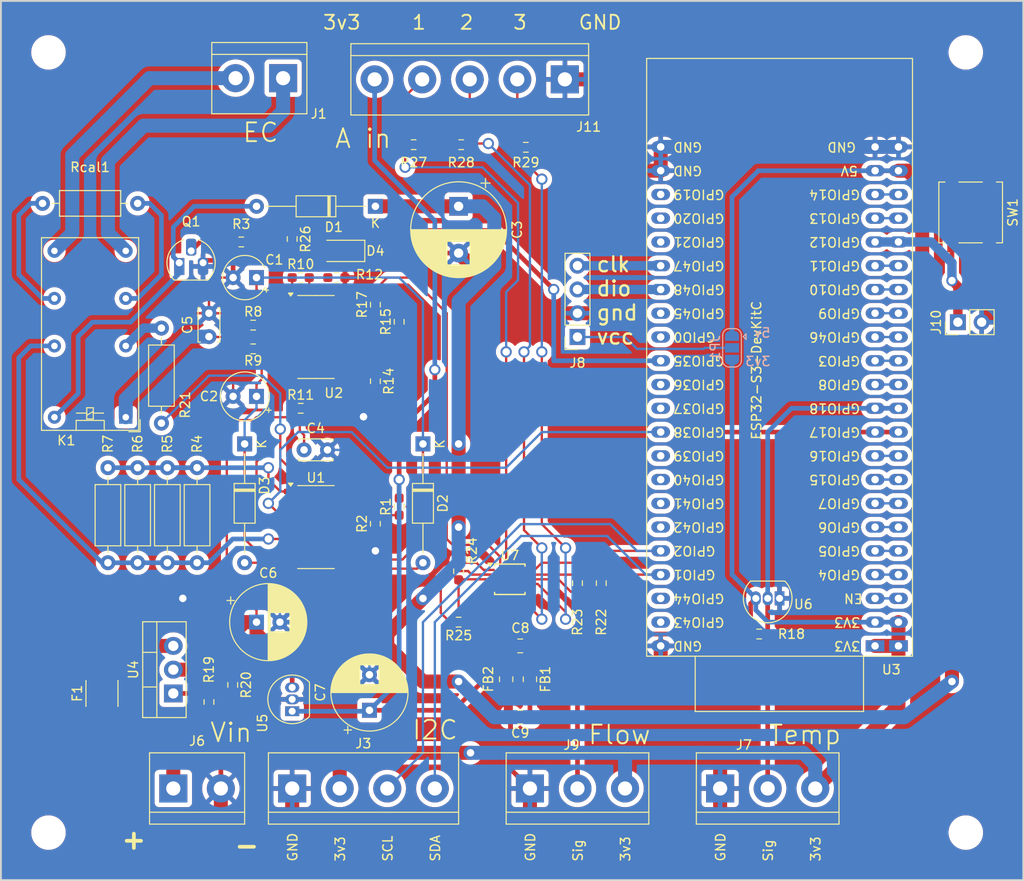
<source format=kicad_pcb>
(kicad_pcb
	(version 20240108)
	(generator "pcbnew")
	(generator_version "8.0")
	(general
		(thickness 1.6)
		(legacy_teardrops no)
	)
	(paper "A4")
	(layers
		(0 "F.Cu" signal)
		(31 "B.Cu" signal)
		(32 "B.Adhes" user "B.Adhesive")
		(33 "F.Adhes" user "F.Adhesive")
		(34 "B.Paste" user)
		(35 "F.Paste" user)
		(36 "B.SilkS" user "B.Silkscreen")
		(37 "F.SilkS" user "F.Silkscreen")
		(38 "B.Mask" user)
		(39 "F.Mask" user)
		(40 "Dwgs.User" user "User.Drawings")
		(41 "Cmts.User" user "User.Comments")
		(42 "Eco1.User" user "User.Eco1")
		(43 "Eco2.User" user "User.Eco2")
		(44 "Edge.Cuts" user)
		(45 "Margin" user)
		(46 "B.CrtYd" user "B.Courtyard")
		(47 "F.CrtYd" user "F.Courtyard")
		(48 "B.Fab" user)
		(49 "F.Fab" user)
		(50 "User.1" user)
		(51 "User.2" user)
		(52 "User.3" user)
		(53 "User.4" user)
		(54 "User.5" user)
		(55 "User.6" user)
		(56 "User.7" user)
		(57 "User.8" user)
		(58 "User.9" user)
	)
	(setup
		(pad_to_mask_clearance 0)
		(allow_soldermask_bridges_in_footprints no)
		(pcbplotparams
			(layerselection 0x00010fc_ffffffff)
			(plot_on_all_layers_selection 0x0000000_00000000)
			(disableapertmacros no)
			(usegerberextensions yes)
			(usegerberattributes no)
			(usegerberadvancedattributes no)
			(creategerberjobfile no)
			(dashed_line_dash_ratio 12.000000)
			(dashed_line_gap_ratio 3.000000)
			(svgprecision 4)
			(plotframeref no)
			(viasonmask no)
			(mode 1)
			(useauxorigin no)
			(hpglpennumber 1)
			(hpglpenspeed 20)
			(hpglpendiameter 15.000000)
			(pdf_front_fp_property_popups yes)
			(pdf_back_fp_property_popups yes)
			(dxfpolygonmode yes)
			(dxfimperialunits yes)
			(dxfusepcbnewfont yes)
			(psnegative no)
			(psa4output no)
			(plotreference yes)
			(plotvalue no)
			(plotfptext yes)
			(plotinvisibletext no)
			(sketchpadsonfab no)
			(subtractmaskfromsilk yes)
			(outputformat 1)
			(mirror no)
			(drillshape 0)
			(scaleselection 1)
			(outputdirectory "gerbers/")
		)
	)
	(net 0 "")
	(net 1 "Net-(U1A--)")
	(net 2 "Net-(U1D-+)")
	(net 3 "Net-(D2-K)")
	(net 4 "GND")
	(net 5 "Net-(D3-K)")
	(net 6 "+5V")
	(net 7 "3v3_reg")
	(net 8 "Net-(D1-A)")
	(net 9 "Net-(D2-A)")
	(net 10 "Net-(D3-A)")
	(net 11 "Net-(J6-Pin_1)")
	(net 12 "Net-(U4-VI)")
	(net 13 "Net-(J1-Pin_2)")
	(net 14 "Net-(J1-Pin_1)")
	(net 15 "SDA")
	(net 16 "SCL")
	(net 17 "1Wire_Data")
	(net 18 "disp_clk")
	(net 19 "disp_dio")
	(net 20 "Flow")
	(net 21 "/conductivity_sensor/ec_out")
	(net 22 "Net-(U7-GND)")
	(net 23 "Net-(U7-VDD)")
	(net 24 "Net-(U7-ADDR)")
	(net 25 "Net-(U7-ALERT{slash}RDY)")
	(net 26 "Ain3")
	(net 27 "Net-(K1-Pad6)")
	(net 28 "Net-(K1-Pad4)")
	(net 29 "Net-(K1-Pad11)")
	(net 30 "Net-(Q1-B)")
	(net 31 "ec_relay")
	(net 32 "Net-(U2C-+)")
	(net 33 "Net-(U2A--)")
	(net 34 "Net-(U2C--)")
	(net 35 "Net-(U2B--)")
	(net 36 "Net-(U2D-+)")
	(net 37 "Net-(U2D--)")
	(net 38 "+3V3")
	(net 39 "Net-(U4-ADJ)")
	(net 40 "ec_freq")
	(net 41 "unconnected-(U3-GPIO14{slash}ADC2_CH3-Pad20)")
	(net 42 "unconnected-(U3-GPIO40{slash}MTDO-Pad37)")
	(net 43 "unconnected-(U3-GPIO4{slash}ADC1_CH3-Pad4)")
	(net 44 "unconnected-(U3-GPIO20{slash}USB_D+-Pad26)")
	(net 45 "unconnected-(U3-GPIO9{slash}ADC1_CH8-Pad15)")
	(net 46 "unconnected-(U3-GPIO11{slash}ADC2_CH0-Pad17)")
	(net 47 "unconnected-(U3-GPIO21-Pad27)")
	(net 48 "unconnected-(U3-GPIO0-Pad31)")
	(net 49 "unconnected-(U3-GPIO39{slash}MTCK-Pad36)")
	(net 50 "unconnected-(U3-GPIO44{slash}U0RXD-Pad42)")
	(net 51 "unconnected-(U3-GPIO10{slash}ADC1_CH9-Pad16)")
	(net 52 "unconnected-(U3-CHIP_PU-Pad3)")
	(net 53 "unconnected-(U3-GPIO36-Pad33)")
	(net 54 "unconnected-(U3-GPIO45-Pad30)")
	(net 55 "unconnected-(U3-GPIO15{slash}ADC2_CH4{slash}32K_P-Pad8)")
	(net 56 "unconnected-(U3-GPIO41{slash}MTDI-Pad38)")
	(net 57 "unconnected-(U3-GPIO19{slash}USB_D--Pad25)")
	(net 58 "unconnected-(U3-GPIO42{slash}MTMS-Pad39)")
	(net 59 "unconnected-(U3-GPIO43{slash}U0TXD-Pad43)")
	(net 60 "unconnected-(U3-GPIO13{slash}ADC2_CH2-Pad19)")
	(net 61 "unconnected-(U3-GPIO46-Pad14)")
	(net 62 "unconnected-(U3-GPIO16{slash}ADC2_CH5{slash}32K_N-Pad9)")
	(net 63 "unconnected-(U3-GPIO37-Pad34)")
	(net 64 "unconnected-(U3-GPIO8{slash}ADC1_CH7-Pad12)")
	(net 65 "unconnected-(U3-GPIO7{slash}ADC1_CH6-Pad7)")
	(net 66 "unconnected-(U3-GPIO3{slash}ADC1_CH2-Pad13)")
	(net 67 "Net-(U1D--)")
	(net 68 "Net-(U1B-+)")
	(net 69 "Ain1")
	(net 70 "Ain2")
	(net 71 "unconnected-(U3-GPIO5{slash}ADC1_CH4-Pad5)")
	(net 72 "unconnected-(U3-GPIO6{slash}ADC1_CH5-Pad6)")
	(net 73 "Net-(D4-A)")
	(net 74 "Net-(J10-Pin_1)")
	(net 75 "Net-(J8-Pin_1)")
	(footprint "LED_SMD:LED_1206_3216Metric_Pad1.42x1.75mm_HandSolder" (layer "F.Cu") (at 92.2925 57.198674 180))
	(footprint "Resistor_SMD:R_0603_1608Metric_Pad0.98x0.95mm_HandSolder" (layer "F.Cu") (at 91.7175 60.053674))
	(footprint "Resistor_SMD:R_0603_1608Metric_Pad0.98x0.95mm_HandSolder" (layer "F.Cu") (at 78.105 105.416174 -90))
	(footprint "Package_SO:TSSOP-10_3x3mm_P0.5mm" (layer "F.Cu") (at 110.245 92.303674))
	(footprint "Capacitor_THT:C_Disc_D3.4mm_W2.1mm_P2.50mm" (layer "F.Cu") (at 78.105 66.363674 90))
	(footprint "Resistor_SMD:R_0603_1608Metric_Pad0.98x0.95mm_HandSolder" (layer "F.Cu") (at 95.885 86.366174 90))
	(footprint "Connector_PinSocket_2.54mm:PinSocket_1x04_P2.54mm_Vertical" (layer "F.Cu") (at 117.475 66.403674 180))
	(footprint "Relay_THT:Relay_DPDT_Omron_G5V-2" (layer "F.Cu") (at 69.215 74.978674 180))
	(footprint "Resistor_THT:R_Axial_DIN0207_L6.3mm_D2.5mm_P10.16mm_Horizontal" (layer "F.Cu") (at 67.31 80.373674 -90))
	(footprint "Resistor_SMD:R_0603_1608Metric_Pad0.98x0.95mm_HandSolder" (layer "F.Cu") (at 81.5575 56.243674 180))
	(footprint "Resistor_SMD:R_0603_1608Metric_Pad0.98x0.95mm_HandSolder" (layer "F.Cu") (at 87.9075 74.023674))
	(footprint "TerminalBlock:TerminalBlock_bornier-2_P5.08mm" (layer "F.Cu") (at 86.026 38.735 180))
	(footprint "Capacitor_THT:CP_Radial_D8.0mm_P2.50mm" (layer "F.Cu") (at 83.185 96.883674))
	(footprint "Capacitor_THT:C_Disc_D3.4mm_W2.1mm_P2.50mm" (layer "F.Cu") (at 88.265 78.468674))
	(footprint "Button_Switch_SMD:SW_SPST_B3SL-1002P" (layer "F.Cu") (at 159.48 53.088674 -90))
	(footprint "MountingHole:MountingHole_3.2mm_M3" (layer "F.Cu") (at 60.96 119.38))
	(footprint "TerminalBlock:TerminalBlock_bornier-4_P5.08mm" (layer "F.Cu") (at 86.995 114.663674))
	(footprint "Resistor_SMD:R_0603_1608Metric_Pad0.98x0.95mm_HandSolder" (layer "F.Cu") (at 136.8825 98.153674))
	(footprint "Resistor_SMD:R_0603_1608Metric_Pad0.98x0.95mm_HandSolder" (layer "F.Cu") (at 111.9575 46.1245))
	(footprint "Resistor_THT:R_Axial_DIN0207_L6.3mm_D2.5mm_P10.16mm_Horizontal" (layer "F.Cu") (at 70.485 52.118674 180))
	(footprint "TerminalBlock:TerminalBlock_bornier-2_P5.08mm" (layer "F.Cu") (at 74.295 114.663674))
	(footprint "TerminalBlock:TerminalBlock_bornier-3_P5.08mm" (layer "F.Cu") (at 132.715 114.663674))
	(footprint "Resistor_SMD:R_0603_1608Metric_Pad0.98x0.95mm_HandSolder" (layer "F.Cu") (at 98.425 64.776174 90))
	(footprint "Package_SO:SOIC-14_3.9x8.7mm_P1.27mm" (layer "F.Cu") (at 89.535 86.723674))
	(footprint "Capacitor_THT:CP_Radial_Tantal_D4.5mm_P2.50mm" (layer "F.Cu") (at 83.185 60.053674 180))
	(footprint "Capacitor_THT:CP_Radial_Tantal_D5.0mm_P2.50mm" (layer "F.Cu") (at 83.185 72.753674 180))
	(footprint "Capacitor_THT:CP_Radial_D10.0mm_P5.00mm"
		(layer "F.Cu")
		(uuid "5e87fd5f-8290-45f5-99a1-3b7d4a71bc61")
		(at 104.775 52.433674 -90)
		(descr "CP, Radial series, Radial, pin pitch=5.00mm, , diameter=10mm, Electrolytic Capacitor")
		(tags "CP Radial series Radial pin pitch 5.00mm  diameter 10mm Electrolytic Capacitor")
		(property "Reference" "C3"
			(at 2.5 -6.25 90)
			(layer "F.SilkS")
			(uuid "b08fe1fd-108c-4c4e-96a6-47cfe39a1a78")
			(effects
				(font
					(size 1 1)
					(thickness 0.15)
				)
			)
		)
		(property "Value" "100uF"
			(at 2.5 6.25 90)
			(layer "F.Fab")
			(uuid "3cf72d03-2d02-4215-9d96-4ff421cbadc0")
			(effects
				(font
					(size 1 1)
					(thickness 0.15)
				)
			)
		)
		(property "Footprint" "Capacitor_THT:CP_Radial_D10.0mm_P5.00mm"
			(at 0 0 -90)
			(unlocked yes)
			(layer "F.Fab")
			(hide yes)
			(uuid "36dae664-c505-4a6e-86c8-c2d25bf77175")
			(effects
				(font
					(size 1.27 1.27)
					(thickness 0.15)
				)
			)
		)
		(property "Datasheet" ""
			(at 0 0 -90)
			(unlocked yes)
			(layer "F.Fab")
			(hide yes)
			(uuid "a68ca02e-1843-408f-99aa-b16de7e9869e")
			(effects
				(font
					(size 1.27 1.27)
					(thickness 0.15)
				)
			)
		)
		(property "Description" ""
			(at 0 0 -90)
			(unlocked yes)
			(layer "F.Fab")
			(hide yes)
			(uuid "6dd67de1-d2f3-475e-812a-9d3268d046be")
			(effects
				(font
					(size 1.27 1.27)
					(thickness 0.15)
				)
			)
		)
		(property ki_fp_filters "CP_*")
		(path "/7a00f13c-a700-45ca-9974-48b050769647/139c664e-e569-4c76-894c-99826d4d2dff")
		(sheetname "conductivity_sensor")
		(sheetfile "conductivity_sensor.kicad_sch")
		(attr through_hole)
		(fp_line
			(start 3.781 1.241)
			(end 3.781 4.918)
			(stroke
				(width 0.12)
				(type solid)
			)
			(layer "F.SilkS")
			(uuid "3fa920bd-3367-49da-8c5e-b404a96a539f")
		)
		(fp_line
			(start 3.821 1.241)
			(end 3.821 4.907)
			(stroke
				(width 0.12)
				(type solid)
			)
			(layer "F.SilkS")
			(uuid "ed41889d-ce95-4d2b-856d-feebd4073396")
		)
		(fp_line
			(start 3.861 1.241)
			(end 3.861 4.897)
			(stroke
				(width 0.12)
				(type solid)
			)
			(layer "F.SilkS")
			(uuid "7aabdf84-3f7f-4d3f-af9e-91c345611cae")
		)
		(fp_line
			(start 3.901 1.241)
			(end 3.901 4.885)
			(stroke
				(width 0.12)
				(type solid)
			)
			(layer "F.SilkS")
			(uuid "20c19ac2-f68c-40b4-aa6b-c3206fb59837")
		)
		(fp_line
			(start 3.941 1.241)
			(end 3.941 4.874)
			(stroke
				(width 0.12)
				(type solid)
			)
			(layer "F.SilkS")
			(uuid "6d989778-d4ff-4d9b-b8d1-555dab4bb8f6")
		)
		(fp_line
			(start 3.981 1.241)
			(end 3.981 4.862)
			(stroke
				(width 0.12)
				(type solid)
			)
			(layer "F.SilkS")
			(uuid "2ba087f7-7658-476f-8458-d004b05c4d7c")
		)
		(fp_line
			(start 4.021 1.241)
			(end 4.021 4.85)
			(stroke
				(width 0.12)
				(type solid)
			)
			(layer "F.SilkS")
			(uuid "a7f71249-7ae6-4573-8fa6-c8d30649c07e")
		)
		(fp_line
			(start 4.061 1.241)
			(end 4.061 4.837)
			(stroke
				(width 0.12)
				(type solid)
			)
			(layer "F.SilkS")
			(uuid "155b6d5c-a8e9-44e8-9594-ca4a7eaba637")
		)
		(fp_line
			(start 4.101 1.241)
			(end 4.101 4.824)
			(stroke
				(width 0.12)
				(type solid)
			)
			(layer "F.SilkS")
			(uuid "b90e5ac9-b921-4588-a2c8-5e24c48b76b1")
		)
		(fp_line
			(start 4.141 1.241)
			(end 4.141 4.811)
			(stroke
				(width 0.12)
				(type solid)
			)
			(layer "F.SilkS")
			(uuid "c557654b-1f9b-4fa2-8f0a-6355b5f45e82")
		)
		(fp_line
			(start 4.181 1.241)
			(end 4.181 4.797)
			(stroke
				(width 0.12)
				(type solid)
			)
			(layer "F.SilkS")
			(uuid "d0f1b9f1-172e-4d36-bf31-934e79fc41fa")
		)
		(fp_line
			(start 4.221 1.241)
			(end 4.221 4.783)
			(stroke
				(width 0.12)
				(type solid)
			)
			(layer "F.SilkS")
			(uuid "e7979c1b-9736-4d77-ba9a-c615d1e9d67d")
		)
		(fp_line
			(start 4.261 1.241)
			(end 4.261 4.768)
			(stroke
				(width 0.12)
				(type solid)
			)
			(layer "F.SilkS")
			(uuid "9e25a7dc-aa74-40f6-a41f-2f0fcf7985f4")
		)
		(fp_line
			(start 4.301 1.241)
			(end 4.301 4.754)
			(stroke
				(width 0.12)
				(type solid)
			)
			(layer "F.SilkS")
			(uuid "0ec50e79-f814-4d79-9b50-a5037dfecea9")
		)
		(fp_line
			(start 4.341 1.241)
			(end 4.341 4.738)
			(stroke
				(width 0.12)
				(type solid)
			)
			(layer "F.SilkS")
			(uuid "48fe8267-4fa4-4893-8338-5aaa95230222")
		)
		(fp_line
			(start 4.381 1.241)
			(end 4.381 4.723)
			(stroke
				(width 0.12)
				(type solid)
			)
			(layer "F.SilkS")
			(uuid "79d2343a-ea70-4c15-a985-09832f3e54ee")
		)
		(fp_line
			(start 4.421 1.241)
			(end 4.421 4.707)
			(stroke
				(width 0.12)
				(type solid)
			)
			(layer "F.SilkS")
			(uuid "893a1621-102a-4c27-8d2a-2a821cce62f7")
		)
		(fp_line
			(start 4.461 1.241)
			(end 4.461 4.69)
			(stroke
				(width 0.12)
				(type solid)
			)
			(layer "F.SilkS")
			(uuid "c6054f83-b149-4157-bee8-5a681789906a")
		)
		(fp_line
			(start 4.501 1.241)
			(end 4.501 4.674)
			(stroke
				(width 0.12)
				(type solid)
			)
			(layer "F.SilkS")
			(uuid "7e96407f-74fa-4416-bdc8-baf46bda4e0c")
		)
		(fp_line
			(start 4.541 1.241)
			(end 4.541 4.657)
			(stroke
				(width 0.12)
				(type solid)
			)
			(layer "F.SilkS")
			(uuid "109702f7-56e1-44da-8153-d8f9bddc7dfc")
		)
		(fp_line
			(start 4.581 1.241)
			(end 4.581 4.639)
			(stroke
				(width 0.12)
				(type solid)
			)
			(layer "F.SilkS")
			(uuid "e199cc55-0fde-4613-ae06-04d4b83cfb70")
		)
		(fp_line
			(start 4.621 1.241)
			(end 4.621 4.621)
			(stroke
				(width 0.12)
				(type solid)
			)
			(layer "F.SilkS")
			(uuid "4fab1d0c-c940-473b-a109-622f29686f02")
		)
		(fp_line
			(start 4.661 1.241)
			(end 4.661 4.603)
			(stroke
				(width 0.12)
				(type solid)
			)
			(layer "F.SilkS")
			(uuid "9236b8d4-48c9-4bee-a851-5fea0f8e1aa7")
		)
		(fp_line
			(start 4.701 1.241)
			(end 4.701 4.584)
			(stroke
				(width 0.12)
				(type solid)
			)
			(layer "F.SilkS")
			(uuid "e852fd0a-c28c-4891-8c0e-ac0ef601372a")
		)
		(fp_line
			(start 4.741 1.241)
			(end 4.741 4.564)
			(stroke
				(width 0.12)
				(type solid)
			)
			(layer "F.SilkS")
			(uuid "183d6078-fb76-4f0b-bf05-c988365806af")
		)
		(fp_line
			(start 4.781 1.241)
			(end 4.781 4.545)
			(stroke
				(width 0.12)
				(type solid)
			)
			(layer "F.SilkS")
			(uuid "73e97a75-7d96-4d56-bf23-ee5b9f826270")
		)
		(fp_line
			(start 4.821 1.241)
			(end 4.821 4.525)
			(stroke
				(width 0.12)
				(type solid)
			)
			(layer "F.SilkS")
			(uuid "ba3de179-7356-4453-8b81-ba10a1352a3e")
		)
		(fp_line
			(start 4.861 1.241)
			(end 4.861 4.504)
			(stroke
				(width 0.12)
				(type solid)
			)
			(layer "F.SilkS")
			(uuid "50e842ce-8d50-4246-9c16-a979c430168f")
		)
		(fp_line
			(start 4.901 1.241)
			(end 4.901 4.483)
			(stroke
				(width 0.12)
				(type solid)
			)
			(layer "F.SilkS")
			(uuid "ed69929c-46eb-4adf-9409-76e84b4a16e2")
		)
		(fp_line
			(start 4.941 1.241)
			(end 4.941 4.462)
			(stroke
				(width 0.12)
				(type solid)
			)
			(layer "F.SilkS")
			(uuid "a4b3f9a3-d076-48e8-9c28-0d5d55f38111")
		)
		(fp_line
			(start 4.981 1.241)
			(end 4.981 4.44)
			(stroke
				(width 0.12)
				(type solid)
			)
			(layer "F.SilkS")
			(uuid "6c062b91-4d25-4d9b-9f34-0482b8c02d09")
		)
		(fp_line
			(start 5.021 1.241)
			(end 5.021 4.417)
			(stroke
				(width 0.12)
				(type solid)
			)
			(layer "F.SilkS")
			(uuid "cf61aceb-4f0c-496c-8c2c-a39b61bc10a4")
		)
		(fp_line
			(start 5.061 1.241)
			(end 5.061 4.395)
			(stroke
				(width 0.12)
				(type solid)
			)
			(layer "F.SilkS")
			(uuid "b4989bc6-723e-4989-8800-47851c3c4615")
		)
		(fp_line
			(start 5.101 1.241)
			(end 5.101 4.371)
			(stroke
				(width 0.12)
				(type solid)
			)
			(layer "F.SilkS")
			(uuid "3ab154d7-2d23-4502-b39c-937188eb80ab")
		)
		(fp_line
			(start 5.141 1.241)
			(end 5.141 4.347)
			(stroke
				(width 0.12)
				(type solid)
			)
			(layer "F.SilkS")
			(uuid "eaa6ddb4-19b9-4970-a8db-a2cd1936e3cb")
		)
		(fp_line
			(start 5.181 1.241)
			(end 5.181 4.323)
			(stroke
				(width 0.12)
				(type solid)
			)
			(layer "F.SilkS")
			(uuid "10f73b04-b76f-4387-a886-fcbd6d6a112e")
		)
		(fp_line
			(start 5.221 1.241)
			(end 5.221 4.298)
			(stroke
				(width 0.12)
				(type solid)
			)
			(layer "F.SilkS")
			(uuid "4d21456f-a731-4e91-a927-80808324070a")
		)
		(fp_line
			(start 5.261 1.241)
			(end 5.261 4.273)
			(stroke
				(width 0.12)
				(type solid)
			)
			(layer "F.SilkS")
			(uuid "d6ee4086-53ce-491b-8dd5-d504780fcfd7")
		)
		(fp_line
			(start 5.301 1.241)
			(end 5.301 4.247)
			(stroke
				(width 0.12)
				(type solid)
			)
			(layer "F.SilkS")
			(uuid "d9450fe6-9dba-47f5-8498-8f1b52b94e8f")
		)
		(fp_line
			(start 5.341 1.241)
			(end 5.341 4.221)
			(stroke
				(width 0.12)
				(type solid)
			)
			(layer "F.SilkS")
			(uuid "835dbb93-9ef4-43e7-b110-d7be01b4bcfc")
		)
		(fp_line
			(start 5.381 1.241)
			(end 5.381 4.194)
			(stroke
				(width 0.12)
				(type solid)
			)
			(layer "F.SilkS")
			(uuid "b643661b-fdad-403e-924f-d0827a5c8b60")
		)
		(fp_line
			(start 5.421 1.241)
			(end 5.421 4.166)
			(stroke
				(width 0.12)
				(type solid)
			)
			(layer "F.SilkS")
			(uuid "a98b65cb-0e51-475c-ab1c-7e2a9bad12df")
		)
		(fp_line
			(start 5.461 1.241)
			(end 5.461 4.138)
			(stroke
				(width 0.12)
				(type solid)
			)
			(layer "F.SilkS")
			(uuid "4baaf534-d330-433a-bf90-6582de524ea5")
		)
		(fp_line
			(start 5.501 1.241)
			(end 5.501 4.11)
			(stroke
				(width 0.12)
				(type solid)
			)
			(layer "F.SilkS")
			(uuid "2bed1dfe-18f9-45e9-8c2e-084e4bf8edb0")
		)
		(fp_line
			(start 5.541 1.241)
			(end 5.541 4.08)
			(stroke
				(width 0.12)
				(type solid)
			)
			(layer "F.SilkS")
			(uuid "c20d8ccf-667e-4abb-9340-b196c1927af7")
		)
		(fp_line
			(start 5.581 1.241)
			(end 5.581 4.05)
			(stroke
				(width 0.12)
				(type solid)
			)
			(layer "F.SilkS")
			(uuid "7828f97f-f739-42ca-8848-f747b2f8f966")
		)
		(fp_line
			(start 5.621 1.241)
			(end 5.621 4.02)
			(stroke
				(width 0.12)
				(type solid)
			)
			(layer "F.SilkS")
			(uuid "323e3d46-5993-4797-8dbf-4dab8038a1ce")
		)
		(fp_line
			(start 5.661 1.241)
			(end 5.661 3.989)
			(stroke
				(width 0.12)
				(type solid)
			)
			(layer "F.SilkS")
			(uuid "a1b54528-1023-4032-bdd1-4ffc2ca97e77")
		)
		(fp_line
			(start 5.701 1.241)
			(end 5.701 3.957)
			(stroke
				(width 0.12)
				(type solid)
			)
			(layer "F.SilkS")
			(uuid "0f746be4-2ed4-4a2d-b856-27f37ade4baa")
		)
		(fp_line
			(start 5.741 1.241)
			(end 5.741 3.925)
			(stroke
				(width 0.12)
				(type solid)
			)
			(layer "F.SilkS")
			(uuid "82868b7c-7131-4a8c-9220-81b88c2f5eb6")
		)
		(fp_line
			(start 5.781 1.241)
			(end 5.781 3.892)
			(stroke
				(width 0.12)
				(type solid)
			)
			(layer "F.SilkS")
			(uuid "0f734b1a-7c9f-45e5-b1be-3fe03ef01092")
		)
		(fp_line
			(start 5.821 1.241)
			(end 5.821 3.858)
			(stroke
				(width 0.12)
				(type solid)
			)
			(layer "F.SilkS")
			(uuid "d0b4e8cd-6199-474e-b8b0-62c9234f77c6")
		)
		(fp_line
			(start 5.861 1.241)
			(end 5.861 3.824)
			(stroke
				(width 0.12)
				(type solid)
			)
			(layer "F.SilkS")
			(uuid "fcc9838d-c2d8-4659-bb83-9d3c4aa32959")
		)
		(fp_line
			(start 5.901 1.241)
			(end 5.901 3.789)
			(stroke
				(width 0.12)
				(type solid)
			)
			(layer "F.SilkS")
			(uuid "420580e3-f4d3-4201-b49c-f2d91bc18658")
		)
		(fp_line
			(start 5.941 1.241)
			(end 5.941 3.753)
			(stroke
				(width 0.12)
				(type solid)
			)
			(layer "F.SilkS")
			(uuid "116851d4-edac-407a-805e-ecc4ec7e4c55")
		)
		(fp_line
			(start 5.981 1.241)
			(end 5.981 3.716)
			(stroke
				(width 0.12)
				(type solid)
			)
			(layer "F.SilkS")
			(uuid "574ea941-d8c1-43ab-9c77-9ca9fc369358")
		)
		(fp_line
			(start 6.021 1.241)
			(end 6.021 3.679)
			(stroke
				(width 0.12)
				(type solid)
			)
			(layer "F.SilkS")
			(uuid "effafbaa-9200-4a9b-9ddb-29a02c68f3ce")
		)
		(fp_line
			(start 6.061 1.241)
			(end 6.061 3.64)
			(stroke
				(width 0.12)
				(type solid)
			)
			(layer "F.SilkS")
			(uuid "62653412-7c39-4735-90fd-3634ad2c3247")
		)
		(fp_line
			(start 6.101 1.241)
			(end 6.101 3.601)
			(stroke
				(width 0.12)
				(type solid)
			)
			(layer "F.SilkS")
			(uuid "80c6191e-1c98-4601-8ca1-8845e7291a27")
		)
		(fp_line
			(start 6.141 1.241)
			(end 6.141 3.561)
			(stroke
				(width 0.12)
				(type solid)
			)
			(layer "F.SilkS")
			(uuid "044b5cc8-ce14-487d-bb27-670fd0719291")
		)
		(fp_line
			(start 6.181 1.241)
			(end 6.181 3.52)
			(stroke
				(width 0.12)
				(type solid)
			)
			(layer "F.SilkS")
			(uuid "8ac3806a-a935-4d71-9697-aa60ffadc75d")
		)
		(fp_line
			(start 6.221 1.241)
			(end 6.221 3.478)
			(stroke
				(width 0.12)
				(type solid)
			)
			(layer "F.SilkS")
			(uuid "2ae4be64-e1e1-469e-b830-994c50d7aaa5")
		)
		(fp_line
			(start 7.581 -0.599)
			(end 7.581 0.599)
			(stroke
				(width 0.12)
				(type solid)
			)
			(layer "F.SilkS")
			(uuid "13de7ba6-6f90-4399-8b89-48c845de2d86")
		)
		(fp_line
			(start 7.541 -0.862)
			(end 7.541 0.862)
			(stroke
				(width 0.12)
				(type solid)
			)
			(layer "F.SilkS")
			(uuid "8ac94aa4-450b-46d1-a5cd-0d2cff71398e")
		)
		(fp_line
			(start 7.501 -1.062)
			(end 7.501 1.062)
			(stroke
				(width 0.12)
				(type solid)
			)
			(layer "F.SilkS")
			(uuid "8586421e-1105-4a31-9cd0-bea689aef41f")
		)
		(fp_line
			(start 7.461 -1.23)
			(end 7.461 1.23)
			(stroke
				(width 0.12)
				(type solid)
			)
			(layer "F.SilkS")
			(uuid "1883837d-dbfd-4e7c-9736-bc0877dc4e0f")
		)
		(fp_line
			(start 7.421 -1.378)
			(end 7.421 1.378)
			(stroke
				(width 0.12)
				(type solid)
			)
			(layer "F.SilkS")
			(uuid "753aadf3-ceab-4458-9a6c-ba217803ef0e")
		)
		(fp_line
			(start 7.381 -1.51)
			(end 7.381 1.51)
			(stroke
				(width 0.12)
				(type solid)
			)
			(layer "F.SilkS")
			(uuid "ad88a0cf-3d34-4679-bbb9-c25f2f59cb26")
		)
		(fp_line
			(start 7.341 -1.63)
			(end 7.341 1.63)
			(stroke
				(width 0.12)
				(type solid)
			)
			(layer "F.SilkS")
			(uuid "ff1b79b0-9338-4226-b036-8c9b437ae718")
		)
		(fp_line
			(start 7.301 -1.742)
			(end 7.301 1.742)
			(stroke
				(width 0.12)
				(type solid)
			)
			(layer "F.SilkS")
			(uuid "d3b3bd27-1f0b-4387-82ae-d203cadf626d")
		)
		(fp_line
			(start 7.261 -1.846)
			(end 7.261 1.846)
			(stroke
				(width 0.12)
				(type solid)
			)
			(layer "F.SilkS")
			(uuid "2b4809a4-1eeb-43d1-ad42-51e382a405ae")
		)
		(fp_line
			(start 7.221 -1.944)
			(end 7.221 1.944)
			(stroke
				(width 0.12)
				(type solid)
			)
			(layer "F.SilkS")
			(uuid "3c0dc8fd-6590-4a88-a12d-ff139cbf32ee")
		)
		(fp_line
			(start 7.181 -2.037)
			(end 7.181 2.037)
			(stroke
				(width 0.12)
				(type solid)
			)
			(layer "F.SilkS")
			(uuid "b14bab85-2fb6-43c5-b3c5-1f3b02ea921f")
		)
		(fp_line
			(start 7.141 -2.125)
			(end 7.141 2.125)
			(stroke
				(width 0.12)
				(type solid)
			)
			(layer "F.SilkS")
			(uuid "1caaaba8-fff5-49b5-a0ad-4cd2ae4c1a87")
		)
		(fp_line
			(start 7.101 -2.209)
			(end 7.101 2.209)
			(stroke
				(width 0.12)
				(type solid)
			)
			(layer "F.SilkS")
			(uuid "a2f144d9-640b-4f30-87a0-09963ead3dce")
		)
		(fp_line
			(start 7.061 -2.289)
			(end 7.061 2.289)
			(stroke
				(width 0.12)
				(type solid)
			)
			(layer "F.SilkS")
			(uuid "d8d3a219-6365-4a49-8060-07eda1b068d2")
		)
		(fp_line
			(start 7.021 -2.365)
			(end 7.021 2.365)
			(stroke
				(width 0.12)
				(type solid)
			)
			(layer "F.SilkS")
			(uuid "04504f57-6dde-4c6d-abe5-2a2ef34ea50e")
		)
		(fp_line
			(start 6.981 -2.439)
			(end 6.981 2.439)
			(stroke
				(width 0.12)
				(type solid)
			)
			(layer "F.SilkS")
			(uuid "552b9a24-416f-4f51-a428-5f97e0a69674")
		)
		(fp_line
			(start 6.941 -2.51)
			(end 6.941 2.51)
			(stroke
				(width 0.12)
				(type solid)
			)
			(layer "F.SilkS")
			(uuid "5a67e1da-3632-420e-9034-32176aab8fd3")
		)
		(fp_line
			(start 6.901 -2.579)
			(end 6.901 2.579)
			(stroke
				(width 0.12)
				(type solid)
			)
			(layer "F.SilkS")
			(uuid "72be052e-4c7a-4efb-9ff5-7569a21b1d27")
		)
		(fp_line
			(start 6.861 -2.645)
			(end 6.861 2.645)
			(stroke
				(width 0.12)
				(type solid)
			)
			(layer "F.SilkS")
			(uuid "671b6a27-0ca6-4839-9653-a65d3e5f6cb6")
		)
		(fp_line
			(start 6.821 -2.709)
			(end 6.821 2.709)
			(stroke
				(width 0.12)
				(type solid)
			)
			(layer "F.SilkS")
			(uuid "714b67c5-1e6e-4d0a-a8c6-b6fefecb5a07")
		)
		(fp_line
			(start 6.781 -2.77)
			(end 6.781 2.77)
			(stroke
				(width 0.12)
				(type solid)
			)
			(layer "F.SilkS")
			(uuid "cc5a2ef2-d749-4066-8155-bc0d43df8375")
		)
		(fp_line
			(start 6.741 -2.83)
			(end 6.741 2.83)
			(stroke
				(width 0.12)
				(type solid)
			)
			(layer "F.SilkS")
			(uuid "15cc9d3f-974b-48fe-8f15-ecfa498d7ff7")
		)
		(fp_line
			(start -2.979646 -2.875)
			(end -1.979646 -2.875)
			(stroke
				(width 0.12)
				(type solid)
			)
			(layer "F.SilkS")
			(uuid "05aff440-5317-4c91-90ca-d31705f638fc")
		)
		(fp_line
			(start 6.701 -2.889)
			(end 6.701 2.889)
			(stroke
				(width 0.12)
				(type solid)
			)
			(layer "F.SilkS")
			(uuid "d6cee2fa-3d34-43f7-8d66-fd4c6e5104e5")
		)
		(fp_line
			(start 6.661 -2.945)
			(end 6.661 2.945)
			(stroke
				(width 0.12)
				(type solid)
			)
			(layer "F.SilkS")
			(uuid "9378c950-114f-4356-a2fb-9448050b97d6")
		)
		(fp_line
			(start 6.621 -3)
			(end 6.621 3)
			(stroke
				(width 0.12)
				(type solid)
			)
			(layer "F.SilkS")
			(uuid "cfdcc698-e974-412f-b9c9-cb2987324d01")
		)
		(fp_line
			(start 6.581 -3.054)
			(end 6.581 3.054)
			(stroke
				(width 0.12)
				(type solid)
			)
			(layer "F.SilkS")
			(uuid "2689ce8b-5657-42de-9607-9e67e13f8ea6")
		)
		(fp_line
			(start 6.541 -3.106)
			(end 6.541 3.106)
			(stroke
				(width 0.12)
				(type solid)
			)
			(layer "F.SilkS")
			(uuid "73858382-93ec-4188-9909-892000f88e3f")
		)
		(fp_line
			(start 6.501 -3.156)
			(end 6.501 3.156)
			(stroke
				(width 0.12)
				(type solid)
			)
			(layer "F.SilkS")
			(uuid "4a268df3-19ec-4a28-a45f-36f9c670aaa8")
		)
		(fp_line
			(start 6.461 -3.206)
			(end 6.461 3.206)
			(stroke
				(width 0.12)
				(type solid)
			)
			(layer "F.SilkS")
			(uuid "d8ef30d6-68be-4445-9c73-af36d40aad85")
		)
		(fp_line
			(start 6.421 -3.254)
			(end 6.421 3.254)
			(stroke
				(width 0.12)
				(type solid)
			)
			(layer "F.SilkS")
			(uuid "70cb480f-a90a-463a-b2c7-c1127b6f0cf6")
		)
		(fp_line
			(start 6.381 -3.301)
			(end 6.381 3.301)
			(stroke
				(width 0.12)
				(type solid)
			)
			(layer "F.SilkS")
			(uuid "a9401c72-6a1c-4a34-b67d-cf79de2e3f2b")
		)
		(fp_line
			(start 6.341 -3.347)
			(end 6.341 3.347)
			(stroke
				(width 0.12)
				(type solid)
			)
			(layer "F.SilkS")
			(uuid "02dd47b0-95cf-4dfc-bdd2-03facdbcb72b")
		)
		(fp_line
			(start -2.479646 -3.375)
			(end -2.479646 -2.375)
			(stroke
				(width 0.12)
				(type solid)
			)
			(layer "F.SilkS")
			(uuid "94e1dcc1-3dc4-492e-82d1-d00dd1f2378b")
		)
		(fp_line
			(start 6.301 -3.392)
			(end 6.301 3.392)
			(stroke
				(width 0.12)
				(type solid)
			)
			(layer "F.SilkS")
			(uuid "48b5f18a-af02-4489-b7ea-4d25d33cd36c")
		)
		(fp_line
			(start 6.261 -3.436)
			(end 6.261 3.436)
			(stroke
				(width 0.12)
				(type solid)
			)
			(layer "F.SilkS")
			(uuid "97ffe392-c21b-4434-aa29-14582db6acac")
		)
		(fp_line
			(start 6.221 -3.478)
			(end 6.221 -1.241)
			(stroke
				(width 0.12)
				(type solid)
			)
			(layer "F.SilkS")
			(uuid "5a5b426f-ce68-420b-862b-3859ddc26803")
		)
		(fp_line
			(start 6.181 -3.52)
			(end 6.181 -1.241)
			(stroke
				(width 0.12)
				(type solid)
			)
			(layer "F.SilkS")
			(uuid "2fbed732-0281-4078-bbfc-4958dfc202a5")
		)
		(fp_line
			(start 6.141 -3.561)
			(end 6.141 -1.241)
			(stroke
				(width 0.12)
				(type solid)
			)
			(layer "F.SilkS")
			(uuid "66e336e7-d25c-4ea0-9948-02a48fb06948")
		)
		(fp_line
			(start 6.101 -3.601)
			(end 6.101 -1.241)
			(stroke
				(width 0.12)
				(type solid)
			)
			(layer "F.SilkS")
			(uuid "0ce6de31-e8bc-415c-b7a2-3af6ab362a95")
		)
		(fp_line
			(start 6.061 -3.64)
			(end 6.061 -1.241)
			(stroke
				(width 0.12)
				(type solid)
			)
			(layer "F.SilkS")
			(uuid "39943c6b-45cf-4c19-ae25-cb2a55c3661b")
		)
		(fp_line
			(start 6.021 -3.679)
			(end 6.021 -1.241)
			(stroke
				(width 0.12)
				(type solid)
			)
			(layer "F.SilkS")
			(uuid "64a61d1b-a195-4779-9822-4fea75960267")
		)
		(fp_line
			(start 5.981 -3.716)
			(end 5.981 -1.241)
			(stroke
				(width 0.12)
				(type solid)
			)
			(layer "F.SilkS")
			(uuid "10e61ffd-3586-4405-b7d2-0f4e78862775")
		)
		(fp_line
			(start 5.941 -3.753)
			(end 5.941 -1.241)
			(stroke
				(width 0.12)
				(type solid)
			)
			(layer "F.SilkS")
			(uuid "786c50b9-3354-4a22-b20e-1f8a5d01d468")
		)
		(fp_line
			(start 5.901 -3.789)
			(end 5.901 -1.241)
			(stroke
				(width 0.12)
				(type solid)
			)
			(layer "F.SilkS")
			(uuid "0dc91157-6110-4f50-ba63-941a7ae09565")
		)
		(fp_line
			(start 5.861 -3.824)
			(end 5.861 -1.241)
			(stroke
				(width 0.12)
				(type solid)
			)
			(layer "F.SilkS")
			(uuid "39274e25-1f36-4337-9c44-d55dbfd840bf")
		)
		(fp_line
			(start 5.821 -3.858)
			(end 5.821 -1.241)
			(stroke
				(width 0.12)
				(type solid)
			)
			(layer "F.SilkS")
			(uuid "da52fdf1-294a-43e8-b3e0-ebe0aaad747a")
		)
		(fp_line
			(start 5.781 -3.892)
			(end 5.781 -1.241)
			(stroke
				(width 0.12)
				(type solid)
			)
			(layer "F.SilkS")
			(uuid "53f04326-8708-4b6e-ab27-14cd52b0f115")
		)
		(fp_line
			(start 5.741 -3.925)
			(end 5.741 -1.241)
			(stroke
				(width 0.12)
				(type solid)
			)
			(layer "F.SilkS")
			(uuid "8a0d8736-fa03-4541-b58c-74f651922454")
		)
		(fp_line
			(start 5.701 -3.957)
			(end 5.701 -1.241)
			(stroke
				(width 0.12)
				(type solid)
			)
			(layer "F.SilkS")
			(uuid "18bca2ac-7d55-4d0f-8129-30684cc26369")
		)
		(fp_line
			(start 5.661 -3.989)
			(end 5.661 -1.241)
			(stroke
				(width 0.12)
				(type solid)
			)
			(layer "F.SilkS")
			(uuid "8e5614a3-19a1-4c21-89a8-bd1643f9d1ac")
		)
		(fp_line
			(start 5.621 -4.02)
			(end 5.621 -1.241)
			(stroke
				(width 0.12)
				(type solid)
			)
			(layer "F.SilkS")
			(uuid "89643e1b-a686-47a9-8e30-b3a03c72abf5")
		)
		(fp_line
			(start 5.581 -4.05)
			(end 5.581 -1.241)
			(stroke
				(width 0.12)
				(type solid)
			)
			(layer "F.SilkS")
			(uuid "7ae29d27-d7e2-4f43-9662-73d9d4cf8571")
		)
		(fp_line
			(start 5.541 -4.08)
			(end 5.541 -1.241)
			(stroke
				(width 0.12)
				(type solid)
			)
			(layer "F.SilkS")
			(uuid "206476fa-eed9-4ecb-bdb9-b364ba61757f")
		)
		(fp_line
			(start 5.501 -4.11)
			(end 5.501 -1.241)
			(stroke
				(width 0.12)
				(type solid)
			)
			(layer "F.SilkS")
			(uuid "438173e5-4276-4aea-8f83-1372d6019a63")
		)
		(fp_line
			(start 5.461 -4.138)
			(end 5.461 -1.241)
			(stroke
				(width 0.12)
				(type solid)
			)
			(layer "F.SilkS")
			(uuid "24065e3c-5647-4300-a189-ae3634f7554e")
		)
		(fp_line
			(start 5.421 -4.166)
			(end 5.421 -1.241)
			(stroke
				(width 0.12)
				(type solid)
			)
			(layer "F.SilkS")
			(uuid "4cda01bf-7cc5-4aa6-bbde-bea3d4821bff")
		)
		(fp_line
			(start 5.381 -4.194)
			(end 5.381 -1.241)
			(stroke
				(width 0.12)
				(type solid)
			)
			(layer "F.SilkS")
			(uuid "6af7ea1c-6b1d-45ad-aa5f-519f8cb77b9f")
		)
		(fp_line
			(start 5.341 -4.221)
			(end 5.341 -1.241)
			(stroke
				(width 0.12)
				(type solid)
			)
			(layer "F.SilkS")
			(uuid "da7ce199-5106-43b6-aff5-afb165a6b5b5")
		)
		(fp_line
			(start 5.301 -4.247)
			(end 5.301 -1.241)
			(stroke
				(width 0.12)
				(type solid)
			)
			(layer "F.SilkS")
			(uuid "e93b9784-3b1d-4324-a7cf-896357d1d4e6")
		)
		(fp_line
			(start 5.261 -4.273)
			(end 5.261 -1.241)
			(stroke
				(width 0.12)
				(type solid)
			)
			(layer "F.SilkS")
			(uuid "0a6f9774-8373-4f30-a360-301cc1e907e7")
		)
		(fp_line
			(start 5.221 -4.298)
			(end 5.221 -1.241)
			(stroke
				(width 0.12)
				(type solid)
			)
			(layer "F.SilkS")
			(uuid "de5ce718-95b2-41d4-baba-0f5d01d10afe")
		)
		(fp_line
			(start 5.181 -4.323)
			(end 5.181 -1.241)
			(stroke
				(width 0.12)
				(type solid)
			)
			(layer "F.SilkS")
			(uuid "3f602f95-d49b-496c-b324-9fb2845c602e")
		)
		(fp_line
			(start 5.141 -4.347)
			(end 5.141 -1.241)
			(stroke
				(width 0.12)
				(type solid)
			)
			(layer "F.SilkS")
			(uuid "4738b092-f887-44a5-b101-1e7644c0d90d")
		)
		(fp_line
			(start 5.101 -4.371)
			(end 5.101 -1.241)
			(stroke
				(width 0.12)
				(type solid)
			)
			(layer "F.SilkS")
			(uuid "ed0e49a6-cf99-426e-b183-fb46fdf8b7d9")
		)
		(fp_line
			(start 5.061 -4.395)
			(end 5.061 -1.241)
			(stroke
				(width 0.12)
				(type solid)
			)
			(layer "F.SilkS")
			(uuid "954acb4a-66bd-445c-b1fe-5700f40d9194")
		)
		(fp_line
			(start 5.021 -4.417)
			(end 5.021 -1.241)
			(stroke
				(width 0.12)
				(type solid)
			)
			(layer "F.SilkS")
			(uuid "a674a9b6-b871-4548-9c77-c80f683edae7")
		)
		(fp_line
			(start 4.981 -4.44)
			(end 4.981 -1.241)
			(stroke
				(width 0.12)
				(type solid)
			)
			(layer "F.SilkS")
			(uuid "4822b8c7-d6e7-4f60-a0f2-6867d5b2c40c")
		)
		(fp_line
			(start 4.941 -4.462)
			(end 4.941 -1.241)
			(stroke
				(width 0.12)
				(type solid)
			)
			(layer "F.SilkS")
			(uuid "49358662-7a72-4052-ab4b-e2c7c39fb2d0")
		)
		(fp_line
			(start 4.901 -4.483)
			(end 4.901 -1.241)
			(stroke
				(width 0.12)
				(type solid)
			)
			(layer "F.SilkS")
			(uuid "a0dfec34-d7cc-440b-93cd-3213bb155da3")
		)
		(fp_line
			(start 4.861 -4.504)
			(end 4.861 -1.241)
			(stroke
				(width 0.12)
				(type solid)
			)
			(layer "F.SilkS")
			(uuid "2e0138a2-17cd-445b-832f-a490824fc2c1")
		)
		(fp_line
			(start 4.821 -4.525)
			(end 4.821 -1.241)
			(stroke
				(width 0.12)
				(type solid)
			)
			(layer "F.SilkS")
			(uuid "80174c24-bed2-4c48-a88c-1e5636281d02")
		)
		(fp_line
			(start 4.781 -4.545)
			(end 4.781 -1.241)
			(stroke
				(width 0.12)
				(type solid)
			)
			(layer "F.SilkS")
			(uuid "58510086-d0eb-4a63-b59c-46dd14b8ce46")
		)
		(fp_line
			(start 4.741 -4.564)
			(end 4.741 -1.241)
			(stroke
				(width 0.12)
				(type solid)
			)
			(layer "F.SilkS")
			(uuid "6d2c3231-40e4-4510-9605-6aebae9c1804")
		)
		(fp_line
			(start 4.701 -4.584)
			(end 4.701 -1.241)
			(stroke
				(width 0.12)
				(type solid)
			)
			(layer "F.SilkS")
			(uuid "1f931d78-2140-4207-9c00-724c6a634f26")
		)
		(fp_line
			(start 4.661 -4.603)
			(end 4.661 -1.241)
			(stroke
				(width 0.12)
				(type solid)
			)
			(layer "F.SilkS")
			(uuid "50829746-ae98-48e7-8e68-a86dc580c911")
		)
		(fp_line
			(start 4.621 -4.621)
			(end 4.621 -1.241)
			(stroke
				(width 0.12)
				(type solid)
			)
			(layer "F.SilkS")
			(uuid "4133db9c-1d6b-4457-9443-525f53e6eb33")
		)
		(fp_line
			(start 4.581 -4.639)
			(end 4.581 -1.241)
			(stroke
				(width 0.12)
				(type solid)
			)
			(layer "F.SilkS")
			(uuid "d0ec3d13-95ec-4ae3-a361-dda8ae29e38b")
		)
		(fp_line
			(start 4.541 -4.657)
			(end 4.541 -1.241)
			(stroke
				(width 0.12)
				(type solid)
			)
			(layer "F.SilkS")
			(uuid "f3c3e8e9-d4dd-4638-b723-b62ed50d5d36")
		)
		(fp_line
			(start 4.501 -4.674)
			(end 4.501 -1.241)
			(stroke
				(width 0.12)
				(type solid)
			)
			(layer "F.SilkS")
			(uuid "e8e0d961-28c5-4c62-8c52-0153ed2dd3cf")
		)
		(fp_line
			(start 4.461 -4.69)
			(end 4.461 -1.241)
			(stroke
				(width 0.12)
				(type solid)
			)
			(layer "F.SilkS")
			(uuid "51e0758d-bbee-452a-bcc2-3a54af3daccb")
		)
		(fp_line
			(start 4.421 -4.707)
			(end 4.42
... [971644 chars truncated]
</source>
